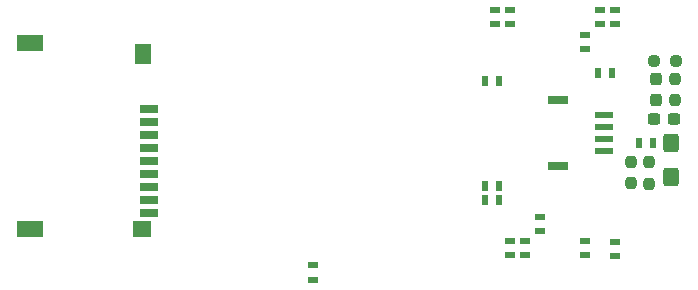
<source format=gbr>
%TF.GenerationSoftware,KiCad,Pcbnew,7.0.6*%
%TF.CreationDate,2023-10-11T20:15:21+08:00*%
%TF.ProjectId,PCB_ESP32WROOM32E_RPI_Zero_Form_Hackster,5043425f-4553-4503-9332-57524f4f4d33,rev?*%
%TF.SameCoordinates,Original*%
%TF.FileFunction,Paste,Bot*%
%TF.FilePolarity,Positive*%
%FSLAX46Y46*%
G04 Gerber Fmt 4.6, Leading zero omitted, Abs format (unit mm)*
G04 Created by KiCad (PCBNEW 7.0.6) date 2023-10-11 20:15:21*
%MOMM*%
%LPD*%
G01*
G04 APERTURE LIST*
G04 Aperture macros list*
%AMRoundRect*
0 Rectangle with rounded corners*
0 $1 Rounding radius*
0 $2 $3 $4 $5 $6 $7 $8 $9 X,Y pos of 4 corners*
0 Add a 4 corners polygon primitive as box body*
4,1,4,$2,$3,$4,$5,$6,$7,$8,$9,$2,$3,0*
0 Add four circle primitives for the rounded corners*
1,1,$1+$1,$2,$3*
1,1,$1+$1,$4,$5*
1,1,$1+$1,$6,$7*
1,1,$1+$1,$8,$9*
0 Add four rect primitives between the rounded corners*
20,1,$1+$1,$2,$3,$4,$5,0*
20,1,$1+$1,$4,$5,$6,$7,0*
20,1,$1+$1,$6,$7,$8,$9,0*
20,1,$1+$1,$8,$9,$2,$3,0*%
G04 Aperture macros list end*
%ADD10R,0.900000X0.600000*%
%ADD11R,1.550000X0.600000*%
%ADD12R,1.800000X0.800000*%
%ADD13R,0.600000X0.900000*%
%ADD14RoundRect,0.237500X0.237500X-0.250000X0.237500X0.250000X-0.237500X0.250000X-0.237500X-0.250000X0*%
%ADD15RoundRect,0.237500X-0.300000X-0.237500X0.300000X-0.237500X0.300000X0.237500X-0.300000X0.237500X0*%
%ADD16RoundRect,0.237500X-0.237500X0.250000X-0.237500X-0.250000X0.237500X-0.250000X0.237500X0.250000X0*%
%ADD17RoundRect,0.237500X-0.250000X-0.237500X0.250000X-0.237500X0.250000X0.237500X-0.250000X0.237500X0*%
%ADD18RoundRect,0.250000X-0.425000X0.537500X-0.425000X-0.537500X0.425000X-0.537500X0.425000X0.537500X0*%
%ADD19R,1.600000X0.700000*%
%ADD20R,1.600000X1.400000*%
%ADD21R,2.200000X1.400000*%
%ADD22R,1.400000X1.800000*%
%ADD23RoundRect,0.237500X0.237500X-0.300000X0.237500X0.300000X-0.237500X0.300000X-0.237500X-0.300000X0*%
G04 APERTURE END LIST*
D10*
%TO.C,JP13*%
X112150000Y-106450000D03*
X112150000Y-105250000D03*
%TD*%
%TO.C,JP8*%
X121030000Y-86870000D03*
X121030000Y-85670000D03*
%TD*%
%TO.C,JP10*%
X113400000Y-106450000D03*
X113400000Y-105250000D03*
%TD*%
D11*
%TO.C,J2*%
X120100000Y-97600000D03*
X120100000Y-96600000D03*
X120100000Y-95600000D03*
X120100000Y-94600000D03*
D12*
X116225000Y-98900000D03*
X116225000Y-93300000D03*
%TD*%
D13*
%TO.C,JP4*%
X110050000Y-101800000D03*
X111250000Y-101800000D03*
%TD*%
%TO.C,JP3*%
X110050000Y-100550000D03*
X111250000Y-100550000D03*
%TD*%
%TO.C,JP14*%
X124240000Y-96960000D03*
X123040000Y-96960000D03*
%TD*%
D10*
%TO.C,JP9*%
X119760000Y-86870000D03*
X119760000Y-85670000D03*
%TD*%
D14*
%TO.C,R21*%
X122410000Y-100362500D03*
X122410000Y-98537500D03*
%TD*%
D10*
%TO.C,JP6*%
X118490000Y-89000000D03*
X118490000Y-87800000D03*
%TD*%
%TO.C,JP11*%
X114650000Y-103200000D03*
X114650000Y-104400000D03*
%TD*%
D15*
%TO.C,C17*%
X124317500Y-94932500D03*
X126042500Y-94932500D03*
%TD*%
D16*
%TO.C,R9*%
X126100000Y-91510000D03*
X126100000Y-93335000D03*
%TD*%
D17*
%TO.C,R10*%
X124347500Y-89982500D03*
X126172500Y-89982500D03*
%TD*%
D10*
%TO.C,JP16*%
X110850000Y-86900000D03*
X110850000Y-85700000D03*
%TD*%
D14*
%TO.C,R22*%
X123940000Y-100382500D03*
X123940000Y-98557500D03*
%TD*%
D10*
%TO.C,JP2*%
X112100000Y-86900000D03*
X112100000Y-85700000D03*
%TD*%
%TO.C,JP15*%
X95500000Y-108500000D03*
X95500000Y-107300000D03*
%TD*%
%TO.C,JP5*%
X121000000Y-106500000D03*
X121000000Y-105300000D03*
%TD*%
D18*
%TO.C,C13*%
X125800000Y-96925000D03*
X125800000Y-99800000D03*
%TD*%
D10*
%TO.C,JP7*%
X118490000Y-106460000D03*
X118490000Y-105260000D03*
%TD*%
D19*
%TO.C,P2*%
X81570000Y-94100000D03*
X81570000Y-95200000D03*
X81570000Y-96300000D03*
X81570000Y-97400000D03*
X81570000Y-98500000D03*
X81570000Y-99600000D03*
X81570000Y-100700000D03*
X81570000Y-101800000D03*
X81570000Y-102900000D03*
D20*
X80970000Y-104200000D03*
D21*
X71470000Y-104200000D03*
X71470000Y-88500000D03*
D22*
X81070000Y-89400000D03*
%TD*%
D13*
%TO.C,JP12*%
X119600000Y-91000000D03*
X120800000Y-91000000D03*
%TD*%
D23*
%TO.C,C19*%
X124540000Y-93285000D03*
X124540000Y-91560000D03*
%TD*%
D13*
%TO.C,JP1*%
X110050000Y-91650000D03*
X111250000Y-91650000D03*
%TD*%
M02*

</source>
